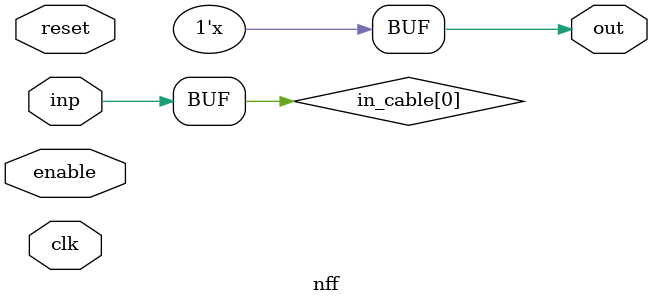
<source format=sv>
`include "brisc_pkg.svh"

module nff #(
    parameter integer unsigned N = 3,
    parameter integer unsigned WIDTH = 1,
    parameter integer unsigned RESET_VALUE = 0
) (
    input logic clk,
    input logic enable,
    input logic reset,
    input logic [WIDTH - 1:0] inp,
    output logic [WIDTH - 1:0] out
);

  logic [WIDTH - 1:0] in_cable[N];

  assign in_cable[0] = inp;

  genvar i;
  generate
    for (i = 0; i < N - 1; i++) begin : g_nff
      ff #(
          .WIDTH(WIDTH),
          .RESET_VALUE(RESET_VALUE)
      ) flip_flop (
          .clk(clk),
          .enable(enable),
          .reset(reset),
          .inp(in_cable[i]),
          .out(in_cable[i+1])
      );
    end
  endgenerate
  assign out = in_cable[N];
endmodule

</source>
